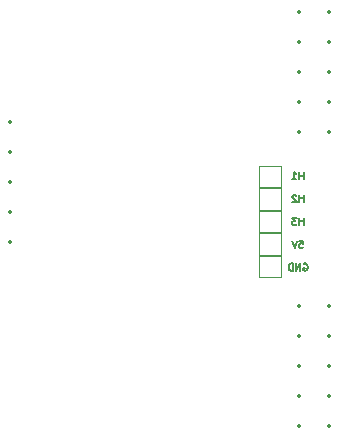
<source format=gbo>
%TF.GenerationSoftware,KiCad,Pcbnew,8.0.6*%
%TF.CreationDate,2024-10-27T21:52:18+01:00*%
%TF.ProjectId,Motor_Driver_carrier_board,4d6f746f-725f-4447-9269-7665725f6361,rev?*%
%TF.SameCoordinates,Original*%
%TF.FileFunction,Legend,Bot*%
%TF.FilePolarity,Positive*%
%FSLAX46Y46*%
G04 Gerber Fmt 4.6, Leading zero omitted, Abs format (unit mm)*
G04 Created by KiCad (PCBNEW 8.0.6) date 2024-10-27 21:52:18*
%MOMM*%
%LPD*%
G01*
G04 APERTURE LIST*
%ADD10C,0.150000*%
%ADD11C,0.120000*%
%ADD12C,0.350000*%
G04 APERTURE END LIST*
D10*
X147637856Y-74079592D02*
X147694999Y-74051021D01*
X147694999Y-74051021D02*
X147780713Y-74051021D01*
X147780713Y-74051021D02*
X147866427Y-74079592D01*
X147866427Y-74079592D02*
X147923570Y-74136735D01*
X147923570Y-74136735D02*
X147952141Y-74193878D01*
X147952141Y-74193878D02*
X147980713Y-74308164D01*
X147980713Y-74308164D02*
X147980713Y-74393878D01*
X147980713Y-74393878D02*
X147952141Y-74508164D01*
X147952141Y-74508164D02*
X147923570Y-74565307D01*
X147923570Y-74565307D02*
X147866427Y-74622450D01*
X147866427Y-74622450D02*
X147780713Y-74651021D01*
X147780713Y-74651021D02*
X147723570Y-74651021D01*
X147723570Y-74651021D02*
X147637856Y-74622450D01*
X147637856Y-74622450D02*
X147609284Y-74593878D01*
X147609284Y-74593878D02*
X147609284Y-74393878D01*
X147609284Y-74393878D02*
X147723570Y-74393878D01*
X147352141Y-74651021D02*
X147352141Y-74051021D01*
X147352141Y-74051021D02*
X147009284Y-74651021D01*
X147009284Y-74651021D02*
X147009284Y-74051021D01*
X146723570Y-74651021D02*
X146723570Y-74051021D01*
X146723570Y-74051021D02*
X146580713Y-74051021D01*
X146580713Y-74051021D02*
X146494999Y-74079592D01*
X146494999Y-74079592D02*
X146437856Y-74136735D01*
X146437856Y-74136735D02*
X146409285Y-74193878D01*
X146409285Y-74193878D02*
X146380713Y-74308164D01*
X146380713Y-74308164D02*
X146380713Y-74393878D01*
X146380713Y-74393878D02*
X146409285Y-74508164D01*
X146409285Y-74508164D02*
X146437856Y-74565307D01*
X146437856Y-74565307D02*
X146494999Y-74622450D01*
X146494999Y-74622450D02*
X146580713Y-74651021D01*
X146580713Y-74651021D02*
X146723570Y-74651021D01*
X147637856Y-68857271D02*
X147637856Y-68257271D01*
X147637856Y-68542985D02*
X147294999Y-68542985D01*
X147294999Y-68857271D02*
X147294999Y-68257271D01*
X147037857Y-68314414D02*
X147009285Y-68285842D01*
X147009285Y-68285842D02*
X146952143Y-68257271D01*
X146952143Y-68257271D02*
X146809285Y-68257271D01*
X146809285Y-68257271D02*
X146752143Y-68285842D01*
X146752143Y-68285842D02*
X146723571Y-68314414D01*
X146723571Y-68314414D02*
X146695000Y-68371557D01*
X146695000Y-68371557D02*
X146695000Y-68428700D01*
X146695000Y-68428700D02*
X146723571Y-68514414D01*
X146723571Y-68514414D02*
X147066428Y-68857271D01*
X147066428Y-68857271D02*
X146695000Y-68857271D01*
X147294999Y-72119771D02*
X147580713Y-72119771D01*
X147580713Y-72119771D02*
X147609285Y-72405485D01*
X147609285Y-72405485D02*
X147580713Y-72376914D01*
X147580713Y-72376914D02*
X147523571Y-72348342D01*
X147523571Y-72348342D02*
X147380713Y-72348342D01*
X147380713Y-72348342D02*
X147323571Y-72376914D01*
X147323571Y-72376914D02*
X147294999Y-72405485D01*
X147294999Y-72405485D02*
X147266428Y-72462628D01*
X147266428Y-72462628D02*
X147266428Y-72605485D01*
X147266428Y-72605485D02*
X147294999Y-72662628D01*
X147294999Y-72662628D02*
X147323571Y-72691200D01*
X147323571Y-72691200D02*
X147380713Y-72719771D01*
X147380713Y-72719771D02*
X147523571Y-72719771D01*
X147523571Y-72719771D02*
X147580713Y-72691200D01*
X147580713Y-72691200D02*
X147609285Y-72662628D01*
X147094999Y-72119771D02*
X146894999Y-72719771D01*
X146894999Y-72719771D02*
X146694999Y-72119771D01*
X147637856Y-66926021D02*
X147637856Y-66326021D01*
X147637856Y-66611735D02*
X147294999Y-66611735D01*
X147294999Y-66926021D02*
X147294999Y-66326021D01*
X146695000Y-66926021D02*
X147037857Y-66926021D01*
X146866428Y-66926021D02*
X146866428Y-66326021D01*
X146866428Y-66326021D02*
X146923571Y-66411735D01*
X146923571Y-66411735D02*
X146980714Y-66468878D01*
X146980714Y-66468878D02*
X147037857Y-66497450D01*
X147637856Y-70788521D02*
X147637856Y-70188521D01*
X147637856Y-70474235D02*
X147294999Y-70474235D01*
X147294999Y-70788521D02*
X147294999Y-70188521D01*
X147066428Y-70188521D02*
X146695000Y-70188521D01*
X146695000Y-70188521D02*
X146895000Y-70417092D01*
X146895000Y-70417092D02*
X146809285Y-70417092D01*
X146809285Y-70417092D02*
X146752143Y-70445664D01*
X146752143Y-70445664D02*
X146723571Y-70474235D01*
X146723571Y-70474235D02*
X146695000Y-70531378D01*
X146695000Y-70531378D02*
X146695000Y-70674235D01*
X146695000Y-70674235D02*
X146723571Y-70731378D01*
X146723571Y-70731378D02*
X146752143Y-70759950D01*
X146752143Y-70759950D02*
X146809285Y-70788521D01*
X146809285Y-70788521D02*
X146980714Y-70788521D01*
X146980714Y-70788521D02*
X147037857Y-70759950D01*
X147037857Y-70759950D02*
X147066428Y-70731378D01*
D11*
%TO.C,GND*%
X143900000Y-73400000D02*
X145700000Y-73400000D01*
X143900000Y-75200000D02*
X143900000Y-73400000D01*
X145700000Y-73400000D02*
X145700000Y-75200000D01*
X145700000Y-75200000D02*
X143900000Y-75200000D01*
%TO.C,H2*%
X143900000Y-67700000D02*
X145700000Y-67700000D01*
X143900000Y-69500000D02*
X143900000Y-67700000D01*
X145700000Y-67700000D02*
X145700000Y-69500000D01*
X145700000Y-69500000D02*
X143900000Y-69500000D01*
%TO.C,5V*%
X143900000Y-71500000D02*
X145700000Y-71500000D01*
X143900000Y-73300000D02*
X143900000Y-71500000D01*
X145700000Y-71500000D02*
X145700000Y-73300000D01*
X145700000Y-73300000D02*
X143900000Y-73300000D01*
%TO.C,H1*%
X143900000Y-65800000D02*
X145700000Y-65800000D01*
X143900000Y-67600000D02*
X143900000Y-65800000D01*
X145700000Y-65800000D02*
X145700000Y-67600000D01*
X145700000Y-67600000D02*
X143900000Y-67600000D01*
%TO.C,H3*%
X143900000Y-69600000D02*
X145700000Y-69600000D01*
X143900000Y-71400000D02*
X143900000Y-69600000D01*
X145700000Y-69600000D02*
X145700000Y-71400000D01*
X145700000Y-71400000D02*
X143900000Y-71400000D01*
%TD*%
D12*
X122800000Y-62080000D03*
X122800000Y-64620000D03*
X122800000Y-67160000D03*
X122800000Y-69700000D03*
X122800000Y-72240000D03*
X149800000Y-52790000D03*
X147260000Y-52790000D03*
X149800000Y-55330000D03*
X147260000Y-55330000D03*
X149800000Y-57870000D03*
X147260000Y-57870000D03*
X149800000Y-60410000D03*
X147260000Y-60410000D03*
X149800000Y-62950000D03*
X147260000Y-62950000D03*
X149800000Y-77690000D03*
X147260000Y-77690000D03*
X149800000Y-80230000D03*
X147260000Y-80230000D03*
X149800000Y-82770000D03*
X147260000Y-82770000D03*
X149800000Y-85310000D03*
X147260000Y-85310000D03*
X149800000Y-87850000D03*
X147260000Y-87850000D03*
M02*

</source>
